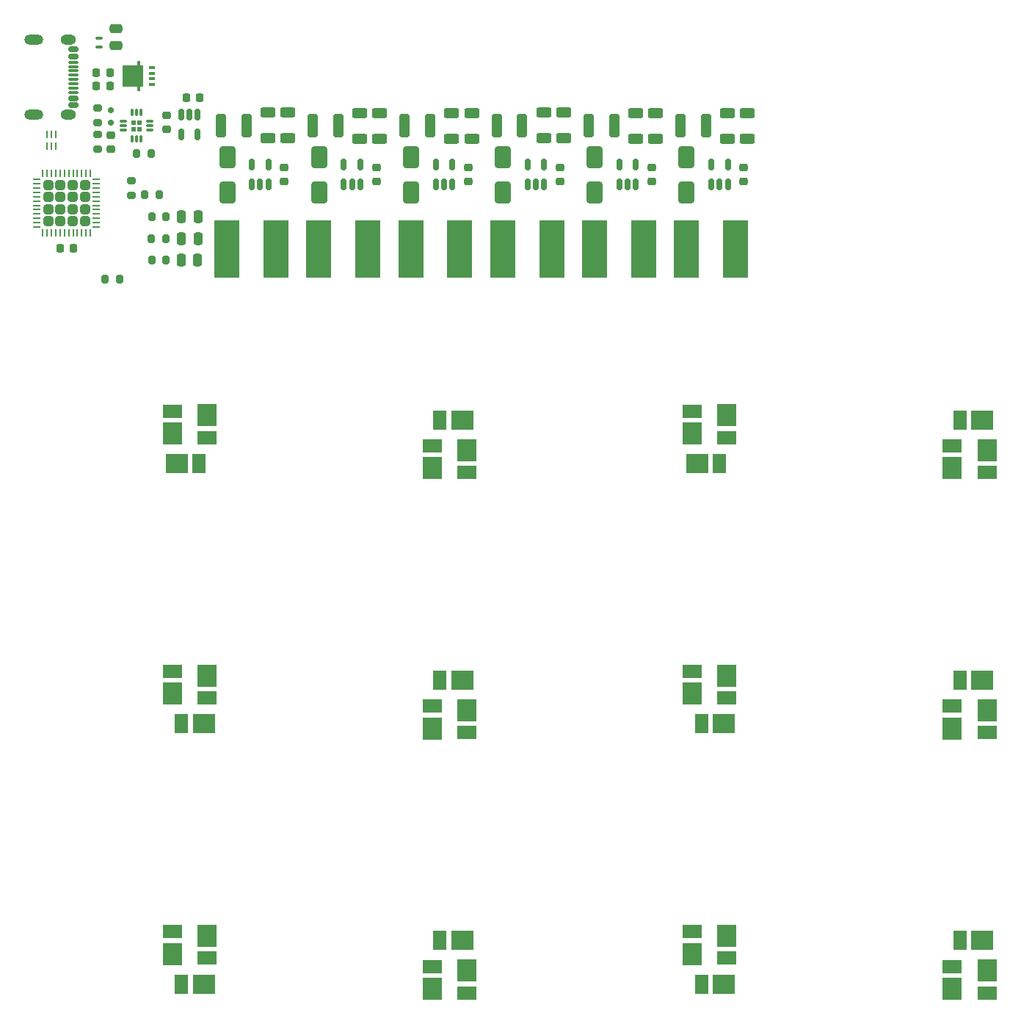
<source format=gtp>
G04 #@! TF.GenerationSoftware,KiCad,Pcbnew,9.0.0*
G04 #@! TF.CreationDate,2025-03-20T12:53:00+01:00*
G04 #@! TF.ProjectId,backlight,6261636b-6c69-4676-9874-2e6b69636164,rev?*
G04 #@! TF.SameCoordinates,Original*
G04 #@! TF.FileFunction,Paste,Top*
G04 #@! TF.FilePolarity,Positive*
%FSLAX46Y46*%
G04 Gerber Fmt 4.6, Leading zero omitted, Abs format (unit mm)*
G04 Created by KiCad (PCBNEW 9.0.0) date 2025-03-20 12:53:00*
%MOMM*%
%LPD*%
G01*
G04 APERTURE LIST*
G04 Aperture macros list*
%AMRoundRect*
0 Rectangle with rounded corners*
0 $1 Rounding radius*
0 $2 $3 $4 $5 $6 $7 $8 $9 X,Y pos of 4 corners*
0 Add a 4 corners polygon primitive as box body*
4,1,4,$2,$3,$4,$5,$6,$7,$8,$9,$2,$3,0*
0 Add four circle primitives for the rounded corners*
1,1,$1+$1,$2,$3*
1,1,$1+$1,$4,$5*
1,1,$1+$1,$6,$7*
1,1,$1+$1,$8,$9*
0 Add four rect primitives between the rounded corners*
20,1,$1+$1,$2,$3,$4,$5,0*
20,1,$1+$1,$4,$5,$6,$7,0*
20,1,$1+$1,$6,$7,$8,$9,0*
20,1,$1+$1,$8,$9,$2,$3,0*%
%AMFreePoly0*
4,1,13,-1.324998,2.199999,0.375002,2.199999,0.375002,-0.250001,-1.324998,-0.250001,-1.324998,-0.780001,-1.724998,-0.780001,-1.724998,-0.250001,-2.024998,-0.250001,-2.024998,2.199999,-1.724998,2.199999,-1.724998,2.729999,-1.324998,2.729999,-1.324998,2.199999,-1.324998,2.199999,$1*%
G04 Aperture macros list end*
%ADD10RoundRect,0.150000X0.150000X-0.512500X0.150000X0.512500X-0.150000X0.512500X-0.150000X-0.512500X0*%
%ADD11RoundRect,0.200000X0.200000X0.275000X-0.200000X0.275000X-0.200000X-0.275000X0.200000X-0.275000X0*%
%ADD12RoundRect,0.250000X-0.325000X-1.100000X0.325000X-1.100000X0.325000X1.100000X-0.325000X1.100000X0*%
%ADD13R,2.500000X2.200000*%
%ADD14R,1.550000X2.200000*%
%ADD15RoundRect,0.250000X-0.650000X1.000000X-0.650000X-1.000000X0.650000X-1.000000X0.650000X1.000000X0*%
%ADD16RoundRect,0.250000X-0.250000X-0.475000X0.250000X-0.475000X0.250000X0.475000X-0.250000X0.475000X0*%
%ADD17R,2.850000X6.600000*%
%ADD18R,2.200000X1.550000*%
%ADD19R,2.200000X2.500000*%
%ADD20RoundRect,0.225000X-0.250000X0.225000X-0.250000X-0.225000X0.250000X-0.225000X0.250000X0.225000X0*%
%ADD21RoundRect,0.250000X-0.625000X0.312500X-0.625000X-0.312500X0.625000X-0.312500X0.625000X0.312500X0*%
%ADD22RoundRect,0.200000X-0.275000X0.200000X-0.275000X-0.200000X0.275000X-0.200000X0.275000X0.200000X0*%
%ADD23RoundRect,0.200000X-0.200000X-0.275000X0.200000X-0.275000X0.200000X0.275000X-0.200000X0.275000X0*%
%ADD24RoundRect,0.062500X-0.062500X0.350000X-0.062500X-0.350000X0.062500X-0.350000X0.062500X0.350000X0*%
%ADD25RoundRect,0.150000X-0.200000X0.150000X-0.200000X-0.150000X0.200000X-0.150000X0.200000X0.150000X0*%
%ADD26RoundRect,0.225000X-0.225000X-0.250000X0.225000X-0.250000X0.225000X0.250000X-0.225000X0.250000X0*%
%ADD27R,0.750000X0.400000*%
%ADD28FreePoly0,180.000000*%
%ADD29R,0.127000X0.127000*%
%ADD30RoundRect,0.225000X0.225000X0.250000X-0.225000X0.250000X-0.225000X-0.250000X0.225000X-0.250000X0*%
%ADD31RoundRect,0.145000X0.145000X0.145000X-0.145000X0.145000X-0.145000X-0.145000X0.145000X-0.145000X0*%
%ADD32RoundRect,0.068750X0.368750X0.068750X-0.368750X0.068750X-0.368750X-0.068750X0.368750X-0.068750X0*%
%ADD33RoundRect,0.068750X0.068750X0.368750X-0.068750X0.368750X-0.068750X-0.368750X0.068750X-0.368750X0*%
%ADD34RoundRect,0.250000X0.315000X-0.315000X0.315000X0.315000X-0.315000X0.315000X-0.315000X-0.315000X0*%
%ADD35RoundRect,0.062500X0.062500X-0.375000X0.062500X0.375000X-0.062500X0.375000X-0.062500X-0.375000X0*%
%ADD36RoundRect,0.062500X0.375000X-0.062500X0.375000X0.062500X-0.375000X0.062500X-0.375000X-0.062500X0*%
%ADD37RoundRect,0.250000X-0.475000X0.250000X-0.475000X-0.250000X0.475000X-0.250000X0.475000X0.250000X0*%
%ADD38RoundRect,0.087500X0.312500X-0.087500X0.312500X0.087500X-0.312500X0.087500X-0.312500X-0.087500X0*%
%ADD39RoundRect,0.200000X0.275000X-0.200000X0.275000X0.200000X-0.275000X0.200000X-0.275000X-0.200000X0*%
%ADD40RoundRect,0.150000X-0.150000X0.512500X-0.150000X-0.512500X0.150000X-0.512500X0.150000X0.512500X0*%
%ADD41RoundRect,0.150000X-0.425000X0.150000X-0.425000X-0.150000X0.425000X-0.150000X0.425000X0.150000X0*%
%ADD42RoundRect,0.075000X-0.500000X0.075000X-0.500000X-0.075000X0.500000X-0.075000X0.500000X0.075000X0*%
%ADD43O,1.800000X1.200000*%
%ADD44O,2.200000X1.200000*%
G04 APERTURE END LIST*
D10*
X98900000Y-45587500D03*
X99850000Y-45587500D03*
X100800000Y-45587500D03*
X100800000Y-43312500D03*
X98900000Y-43312500D03*
D11*
X66075000Y-42050000D03*
X64425000Y-42050000D03*
D12*
X95324999Y-38850000D03*
X98275001Y-38850000D03*
D13*
X101950002Y-102750000D03*
D14*
X99375002Y-102750000D03*
D12*
X127124999Y-38850000D03*
X130075001Y-38850000D03*
D15*
X117250000Y-42495000D03*
X117250000Y-46495000D03*
D16*
X69574000Y-49310000D03*
X71473998Y-49310000D03*
D17*
X133475000Y-53050000D03*
X127825000Y-53050000D03*
D18*
X158500000Y-105725000D03*
D19*
X158500000Y-108300000D03*
D15*
X127850000Y-42495000D03*
X127850000Y-46495000D03*
D20*
X67887000Y-37646000D03*
X67887000Y-39196000D03*
D21*
X100739998Y-37387500D03*
X100739998Y-40312500D03*
D20*
X123850000Y-43675000D03*
X123850000Y-45225000D03*
D13*
X72150000Y-137750000D03*
D14*
X69575000Y-137750000D03*
D21*
X90150000Y-37387500D03*
X90150000Y-40312500D03*
D19*
X128500000Y-134300000D03*
D18*
X128500000Y-131725000D03*
D15*
X74850000Y-42495000D03*
X74850000Y-46495000D03*
D20*
X102650000Y-43675000D03*
X102650000Y-45225000D03*
D22*
X59885000Y-39870000D03*
X59885000Y-41520000D03*
D20*
X81450000Y-43675000D03*
X81450000Y-45225000D03*
D18*
X132500000Y-134775000D03*
D19*
X132500000Y-132200000D03*
D13*
X132150000Y-107750000D03*
D14*
X129575000Y-107750000D03*
D11*
X67790000Y-54337000D03*
X66140000Y-54337000D03*
D20*
X61448000Y-39934500D03*
X61448000Y-41484500D03*
D13*
X161950000Y-102750000D03*
D14*
X159375000Y-102750000D03*
D12*
X116524999Y-38850000D03*
X119475001Y-38850000D03*
D21*
X79550000Y-37287500D03*
X79550000Y-40212500D03*
D23*
X60790000Y-56478000D03*
X62440000Y-56478000D03*
D24*
X55049999Y-39812500D03*
X54550000Y-39812500D03*
X54050001Y-39812500D03*
X54050001Y-41187500D03*
X54550000Y-41187500D03*
X55049999Y-41187500D03*
D12*
X74124999Y-38850000D03*
X77075001Y-38850000D03*
D11*
X67772000Y-51881000D03*
X66122000Y-51881000D03*
D19*
X68500000Y-74300000D03*
D18*
X68500000Y-71725000D03*
D13*
X161950000Y-72750000D03*
D14*
X159375000Y-72750000D03*
D15*
X96050000Y-42495000D03*
X96050000Y-46495000D03*
X85450000Y-42495000D03*
X85450000Y-46495000D03*
D18*
X158500000Y-75725000D03*
D19*
X158500000Y-78300000D03*
D25*
X61398000Y-38459500D03*
X61398000Y-37059500D03*
D17*
X122875000Y-53050000D03*
X117225000Y-53050000D03*
D13*
X129050000Y-77750000D03*
D14*
X131625000Y-77750000D03*
D21*
X81850000Y-37287500D03*
X81850000Y-40212500D03*
X121950000Y-37387500D03*
X121950000Y-40312500D03*
D26*
X59764000Y-32709000D03*
X61314000Y-32709000D03*
D27*
X66160998Y-34085999D03*
X66160998Y-33436001D03*
X66160998Y-32785999D03*
X66160998Y-32136001D03*
D28*
X63111002Y-32136001D03*
D29*
X63111002Y-32785999D03*
X63111002Y-33436001D03*
X63111002Y-34085999D03*
D13*
X101950001Y-72749999D03*
D14*
X99375001Y-72749999D03*
D30*
X71699000Y-35612000D03*
X70149000Y-35612000D03*
D21*
X134850000Y-37387500D03*
X134850000Y-40312500D03*
D11*
X67790000Y-49317000D03*
X66140000Y-49317000D03*
D10*
X130700000Y-45587500D03*
X131650000Y-45587500D03*
X132600000Y-45587500D03*
X132600000Y-43312500D03*
X130700000Y-43312500D03*
D21*
X132539998Y-37387500D03*
X132539998Y-40312500D03*
X92450002Y-37387500D03*
X92450002Y-40312500D03*
D26*
X59758000Y-34255000D03*
X61308000Y-34255000D03*
D19*
X102499999Y-76199999D03*
D18*
X102499999Y-78774999D03*
D20*
X113250000Y-43675000D03*
X113250000Y-45225000D03*
D18*
X132500000Y-74775000D03*
D19*
X132500000Y-72200000D03*
X128500000Y-74300000D03*
D18*
X128500000Y-71725000D03*
D31*
X64745000Y-39195000D03*
X64745000Y-38475000D03*
X64025000Y-39195000D03*
X64025000Y-38475000D03*
D32*
X65922500Y-39335000D03*
X65922500Y-38835000D03*
X65922500Y-38335000D03*
D33*
X64885000Y-37297500D03*
X64385000Y-37297500D03*
X63885000Y-37297500D03*
D32*
X62847500Y-38335000D03*
X62847500Y-38835000D03*
X62847500Y-39335000D03*
D33*
X63885000Y-40372500D03*
X64385000Y-40372500D03*
X64885000Y-40372500D03*
D19*
X128500000Y-104300000D03*
D18*
X128500000Y-101725000D03*
X72500000Y-104775000D03*
D19*
X72500000Y-102200000D03*
D26*
X55550000Y-52925000D03*
X57100000Y-52925000D03*
D18*
X158500002Y-135725000D03*
D19*
X158500002Y-138300000D03*
D16*
X69562001Y-54324000D03*
X71461999Y-54324000D03*
D18*
X72500000Y-74775000D03*
D19*
X72500000Y-72200000D03*
D20*
X92050000Y-43675000D03*
X92050000Y-45225000D03*
D18*
X98500002Y-135725000D03*
D19*
X98500002Y-138300000D03*
D13*
X69050000Y-77750000D03*
D14*
X71625000Y-77750000D03*
D21*
X113650000Y-37287500D03*
X113650000Y-40212500D03*
D17*
X112275000Y-53050000D03*
X106625000Y-53050000D03*
D13*
X72150000Y-107750000D03*
D14*
X69575000Y-107750000D03*
D34*
X54225000Y-49850000D03*
X55625000Y-49850000D03*
X57025000Y-49850000D03*
X58425000Y-49850000D03*
X54225000Y-48450000D03*
X55625000Y-48450000D03*
X57025000Y-48450000D03*
X58425000Y-48450000D03*
X54225000Y-47050000D03*
X55625000Y-47050000D03*
X57025000Y-47050000D03*
X58425000Y-47050000D03*
X54225000Y-45650000D03*
X55625000Y-45650000D03*
X57025000Y-45650000D03*
X58425000Y-45650000D03*
D35*
X53575000Y-51187500D03*
X54075000Y-51187500D03*
X54575001Y-51187500D03*
X55075000Y-51187500D03*
X55574999Y-51187500D03*
X56075000Y-51187500D03*
X56575000Y-51187500D03*
X57075001Y-51187500D03*
X57575000Y-51187500D03*
X58074999Y-51187500D03*
X58575000Y-51187500D03*
X59075000Y-51187500D03*
D36*
X59762500Y-50500000D03*
X59762500Y-50000000D03*
X59762500Y-49499999D03*
X59762500Y-49000000D03*
X59762500Y-48500001D03*
X59762500Y-48000000D03*
X59762500Y-47500000D03*
X59762500Y-46999999D03*
X59762500Y-46500000D03*
X59762500Y-46000001D03*
X59762500Y-45500000D03*
X59762500Y-45000000D03*
D35*
X59075000Y-44312500D03*
X58575000Y-44312500D03*
X58074999Y-44312500D03*
X57575000Y-44312500D03*
X57075001Y-44312500D03*
X56575000Y-44312500D03*
X56075000Y-44312500D03*
X55574999Y-44312500D03*
X55075000Y-44312500D03*
X54575001Y-44312500D03*
X54075000Y-44312500D03*
X53575000Y-44312500D03*
D36*
X52887500Y-45000000D03*
X52887500Y-45500000D03*
X52887500Y-46000001D03*
X52887500Y-46500000D03*
X52887500Y-46999999D03*
X52887500Y-47500000D03*
X52887500Y-48000000D03*
X52887500Y-48500001D03*
X52887500Y-49000000D03*
X52887500Y-49499999D03*
X52887500Y-50000000D03*
X52887500Y-50500000D03*
D15*
X106650000Y-42495000D03*
X106650000Y-46495000D03*
D17*
X80475000Y-53050000D03*
X74825000Y-53050000D03*
D10*
X77700000Y-45587500D03*
X78650000Y-45587500D03*
X79600000Y-45587500D03*
X79600000Y-43312500D03*
X77700000Y-43312500D03*
D13*
X132150000Y-137750000D03*
D14*
X129575000Y-137750000D03*
D12*
X84724999Y-38850000D03*
X87675001Y-38850000D03*
D37*
X62050000Y-27650001D03*
X62050000Y-29549999D03*
D17*
X101675000Y-53050000D03*
X96025000Y-53050000D03*
D10*
X120100000Y-45587500D03*
X121050000Y-45587500D03*
X122000000Y-45587500D03*
X122000000Y-43312500D03*
X120100000Y-43312500D03*
X109500000Y-45587500D03*
X110450000Y-45587500D03*
X111400000Y-45587500D03*
X111400000Y-43312500D03*
X109500000Y-43312500D03*
D18*
X98500002Y-105725000D03*
D19*
X98500002Y-108300000D03*
X102500000Y-136200000D03*
D18*
X102500000Y-138775000D03*
X132500000Y-104775000D03*
D19*
X132500000Y-102200000D03*
D11*
X66981000Y-46795000D03*
X65331000Y-46795000D03*
D19*
X162500000Y-106200000D03*
D18*
X162500000Y-108775000D03*
D22*
X59885000Y-36820000D03*
X59885000Y-38470000D03*
D16*
X69574000Y-51881000D03*
X71473998Y-51881000D03*
D38*
X60100000Y-29775000D03*
X60100000Y-28725000D03*
D10*
X88300000Y-45587500D03*
X89250000Y-45587500D03*
X90200000Y-45587500D03*
X90200000Y-43312500D03*
X88300000Y-43312500D03*
D39*
X63800000Y-46850000D03*
X63800000Y-45200000D03*
D40*
X71450000Y-37550000D03*
X70500000Y-37550000D03*
X69550000Y-37550000D03*
X69550000Y-39825000D03*
X71450000Y-39825000D03*
D13*
X101950002Y-132750000D03*
D14*
X99375002Y-132750000D03*
D21*
X103050000Y-37387500D03*
X103050000Y-40312500D03*
D13*
X161950001Y-132750000D03*
D14*
X159375001Y-132750000D03*
D21*
X111350000Y-37287500D03*
X111350000Y-40212500D03*
D19*
X162500000Y-136200000D03*
D18*
X162500000Y-138775000D03*
D12*
X105924999Y-38850000D03*
X108875001Y-38850000D03*
D21*
X124250002Y-37387500D03*
X124250002Y-40312500D03*
D19*
X68500000Y-104300000D03*
D18*
X68500000Y-101725000D03*
D20*
X134450000Y-43675000D03*
X134450000Y-45225000D03*
D19*
X102500000Y-106200000D03*
D18*
X102500000Y-108775000D03*
X98500001Y-75724999D03*
D19*
X98500001Y-78299999D03*
D41*
X57125000Y-30050000D03*
X57125000Y-30850000D03*
D42*
X57125000Y-32000000D03*
X57125000Y-33000000D03*
X57125000Y-33500000D03*
X57125000Y-34500000D03*
D41*
X57125000Y-35650000D03*
X57125000Y-36450000D03*
X57125000Y-36450000D03*
X57125000Y-35650000D03*
D42*
X57125000Y-35000000D03*
X57125000Y-34000000D03*
X57125000Y-32500000D03*
X57125000Y-31500000D03*
D41*
X57125000Y-30850000D03*
X57125000Y-30050000D03*
D43*
X56550000Y-28930000D03*
D44*
X52550000Y-28930000D03*
D43*
X56550000Y-37570000D03*
D44*
X52550000Y-37570000D03*
D18*
X72500000Y-134775000D03*
D19*
X72500000Y-132200000D03*
X162500000Y-76200000D03*
D18*
X162500000Y-78775000D03*
D19*
X68500000Y-134300000D03*
D18*
X68500000Y-131725000D03*
D17*
X91075000Y-53050000D03*
X85425000Y-53050000D03*
M02*

</source>
